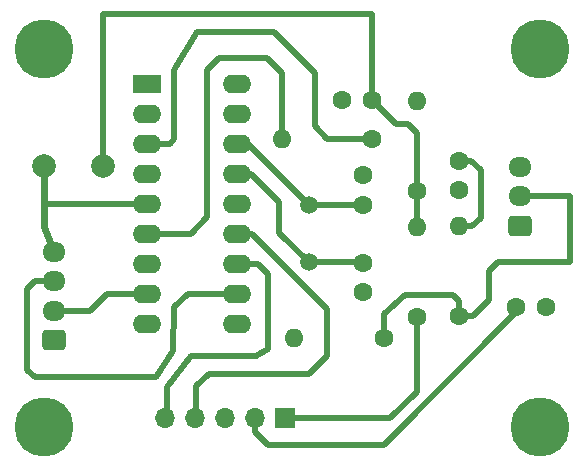
<source format=gbr>
%TF.GenerationSoftware,KiCad,Pcbnew,8.0.7-8.0.7-0~ubuntu22.04.1*%
%TF.CreationDate,2024-12-13T16:21:25+09:00*%
%TF.ProjectId,M252VOLTERA,4d323532-564f-44c5-9445-52412e6b6963,rev?*%
%TF.SameCoordinates,Original*%
%TF.FileFunction,Copper,L2,Bot*%
%TF.FilePolarity,Positive*%
%FSLAX46Y46*%
G04 Gerber Fmt 4.6, Leading zero omitted, Abs format (unit mm)*
G04 Created by KiCad (PCBNEW 8.0.7-8.0.7-0~ubuntu22.04.1) date 2024-12-13 16:21:25*
%MOMM*%
%LPD*%
G01*
G04 APERTURE LIST*
G04 Aperture macros list*
%AMRoundRect*
0 Rectangle with rounded corners*
0 $1 Rounding radius*
0 $2 $3 $4 $5 $6 $7 $8 $9 X,Y pos of 4 corners*
0 Add a 4 corners polygon primitive as box body*
4,1,4,$2,$3,$4,$5,$6,$7,$8,$9,$2,$3,0*
0 Add four circle primitives for the rounded corners*
1,1,$1+$1,$2,$3*
1,1,$1+$1,$4,$5*
1,1,$1+$1,$6,$7*
1,1,$1+$1,$8,$9*
0 Add four rect primitives between the rounded corners*
20,1,$1+$1,$2,$3,$4,$5,0*
20,1,$1+$1,$4,$5,$6,$7,0*
20,1,$1+$1,$6,$7,$8,$9,0*
20,1,$1+$1,$8,$9,$2,$3,0*%
G04 Aperture macros list end*
%TA.AperFunction,ComponentPad*%
%ADD10RoundRect,0.250000X0.725000X-0.600000X0.725000X0.600000X-0.725000X0.600000X-0.725000X-0.600000X0*%
%TD*%
%TA.AperFunction,ComponentPad*%
%ADD11O,1.950000X1.700000*%
%TD*%
%TA.AperFunction,ComponentPad*%
%ADD12C,1.600000*%
%TD*%
%TA.AperFunction,ComponentPad*%
%ADD13O,1.600000X1.600000*%
%TD*%
%TA.AperFunction,ComponentPad*%
%ADD14C,2.000000*%
%TD*%
%TA.AperFunction,WasherPad*%
%ADD15C,5.000000*%
%TD*%
%TA.AperFunction,ComponentPad*%
%ADD16R,2.400000X1.600000*%
%TD*%
%TA.AperFunction,ComponentPad*%
%ADD17O,2.400000X1.600000*%
%TD*%
%TA.AperFunction,ComponentPad*%
%ADD18C,1.500000*%
%TD*%
%TA.AperFunction,ComponentPad*%
%ADD19R,1.700000X1.700000*%
%TD*%
%TA.AperFunction,ComponentPad*%
%ADD20O,1.700000X1.700000*%
%TD*%
%TA.AperFunction,Conductor*%
%ADD21C,0.500000*%
%TD*%
%TA.AperFunction,Conductor*%
%ADD22C,0.600000*%
%TD*%
G04 APERTURE END LIST*
D10*
%TO.P,J101,1,Pin_1*%
%TO.N,+5V*%
X104902000Y-88646000D03*
D11*
%TO.P,J101,2,Pin_2*%
%TO.N,/TB2_RX*%
X104902000Y-86146000D03*
%TO.P,J101,3,Pin_3*%
%TO.N,/TB2_TX*%
X104902000Y-83646000D03*
%TO.P,J101,4,Pin_4*%
%TO.N,GND*%
X104902000Y-81146000D03*
%TD*%
D12*
%TO.P,R101,1,1*%
%TO.N,Net-(C104-Pad1)*%
X135620000Y-75990000D03*
D13*
%TO.P,R101,2,2*%
%TO.N,+5V*%
X135620000Y-68370000D03*
%TD*%
D12*
%TO.P,C102,1,1*%
%TO.N,Net-(IC101-RA6)*%
X131064000Y-82082000D03*
%TO.P,C102,2,2*%
%TO.N,GND*%
X131064000Y-84582000D03*
%TD*%
D14*
%TO.P,SW101,1,1*%
%TO.N,Net-(C104-Pad1)*%
X109000000Y-73914000D03*
%TO.P,SW101,2,2*%
%TO.N,GND*%
X104000000Y-73914000D03*
%TD*%
D15*
%TO.P,REF\u002A\u002A,*%
%TO.N,*%
X104000000Y-96000000D03*
%TD*%
D12*
%TO.P,R104,1,1*%
%TO.N,Net-(J103-Pin_2)*%
X139192000Y-86614000D03*
D13*
%TO.P,R104,2,2*%
%TO.N,Net-(IC101-RA4)*%
X139192000Y-78994000D03*
%TD*%
D15*
%TO.P,REF\u002A\u002A,*%
%TO.N,*%
X104000000Y-64000000D03*
%TD*%
D12*
%TO.P,R105,1,1*%
%TO.N,Net-(J103-Pin_2)*%
X132810000Y-88417400D03*
D13*
%TO.P,R105,2,2*%
%TO.N,GND*%
X125190000Y-88417400D03*
%TD*%
D16*
%TO.P,IC101,1,RA2*%
%TO.N,unconnected-(IC101-RA2-Pad1)*%
X112776000Y-66929000D03*
D17*
%TO.P,IC101,2,RA3*%
%TO.N,unconnected-(IC101-RA3-Pad2)*%
X112776000Y-69469000D03*
%TO.P,IC101,3,RA4*%
%TO.N,Net-(IC101-RA4)*%
X112776000Y-72009000D03*
%TO.P,IC101,4,RA5/~{MCLR}/VPP*%
%TO.N,Net-(IC101-RA5{slash}~{MCLR}{slash}VPP)*%
X112776000Y-74549000D03*
%TO.P,IC101,5,VSS*%
%TO.N,GND*%
X112776000Y-77089000D03*
%TO.P,IC101,6,RB0*%
%TO.N,Net-(IC101-RB0)*%
X112776000Y-79629000D03*
%TO.P,IC101,7,RB1*%
%TO.N,unconnected-(IC101-RB1-Pad7)*%
X112776000Y-82169000D03*
%TO.P,IC101,8,RB2*%
%TO.N,/TB2_RX*%
X112776000Y-84709000D03*
%TO.P,IC101,9,RB3*%
%TO.N,unconnected-(IC101-RB3-Pad9)*%
X112776000Y-87249000D03*
%TO.P,IC101,10,RB4*%
%TO.N,unconnected-(IC101-RB4-Pad10)*%
X120396000Y-87249000D03*
%TO.P,IC101,11,RB5*%
%TO.N,/TB2_TX*%
X120396000Y-84709000D03*
%TO.P,IC101,12,RB6*%
%TO.N,Net-(IC101-RB6)*%
X120396000Y-82169000D03*
%TO.P,IC101,13,RB7*%
%TO.N,Net-(IC101-RB7)*%
X120396000Y-79629000D03*
%TO.P,IC101,14,VDD*%
%TO.N,+5V*%
X120396000Y-77089000D03*
%TO.P,IC101,15,RA6*%
%TO.N,Net-(IC101-RA6)*%
X120396000Y-74549000D03*
%TO.P,IC101,16,RA7*%
%TO.N,Net-(IC101-RA7)*%
X120396000Y-72009000D03*
%TO.P,IC101,17,RA0*%
%TO.N,unconnected-(IC101-RA0-Pad17)*%
X120396000Y-69469000D03*
%TO.P,IC101,18,RA1*%
%TO.N,unconnected-(IC101-RA1-Pad18)*%
X120396000Y-66929000D03*
%TD*%
D12*
%TO.P,C101,1*%
%TO.N,GND*%
X146538000Y-85852000D03*
%TO.P,C101,2*%
%TO.N,+5V*%
X144038000Y-85852000D03*
%TD*%
D18*
%TO.P,Q101,1,1*%
%TO.N,Net-(IC101-RA7)*%
X126492000Y-77162000D03*
%TO.P,Q101,2,2*%
%TO.N,Net-(IC101-RA6)*%
X126492000Y-82042000D03*
%TD*%
D12*
%TO.P,R103,1,1*%
%TO.N,Net-(IC101-RA4)*%
X131826000Y-71628000D03*
D13*
%TO.P,R103,2,2*%
%TO.N,Net-(IC101-RB0)*%
X124206000Y-71628000D03*
%TD*%
D12*
%TO.P,C104,1,1*%
%TO.N,Net-(C104-Pad1)*%
X131806000Y-68326000D03*
%TO.P,C104,2,2*%
%TO.N,GND*%
X129306000Y-68326000D03*
%TD*%
D19*
%TO.P,J102,1,Pin_1*%
%TO.N,Net-(IC101-RA5{slash}~{MCLR}{slash}VPP)*%
X124420000Y-95250000D03*
D20*
%TO.P,J102,2,Pin_2*%
%TO.N,+5V*%
X121880000Y-95250000D03*
%TO.P,J102,3,Pin_3*%
%TO.N,GND*%
X119340000Y-95250000D03*
%TO.P,J102,4,Pin_4*%
%TO.N,Net-(IC101-RB7)*%
X116800000Y-95250000D03*
%TO.P,J102,5,Pin_5*%
%TO.N,Net-(IC101-RB6)*%
X114260000Y-95250000D03*
%TD*%
D12*
%TO.P,C105,1,1*%
%TO.N,Net-(IC101-RA4)*%
X139192000Y-73426000D03*
%TO.P,C105,2,2*%
%TO.N,GND*%
X139192000Y-75926000D03*
%TD*%
D15*
%TO.P,REF\u002A\u002A,*%
%TO.N,*%
X146000000Y-64000000D03*
%TD*%
D12*
%TO.P,R102,1,1*%
%TO.N,Net-(IC101-RA5{slash}~{MCLR}{slash}VPP)*%
X135625000Y-86620000D03*
D13*
%TO.P,R102,2,2*%
%TO.N,Net-(C104-Pad1)*%
X135625000Y-79000000D03*
%TD*%
D10*
%TO.P,J103,1,Pin_1*%
%TO.N,+5V*%
X144304000Y-78918000D03*
D11*
%TO.P,J103,2,Pin_2*%
%TO.N,Net-(J103-Pin_2)*%
X144304000Y-76418000D03*
%TO.P,J103,3,Pin_3*%
%TO.N,unconnected-(J103-Pin_3-Pad3)*%
X144304000Y-73918000D03*
%TD*%
D15*
%TO.P,REF\u002A\u002A,*%
%TO.N,*%
X146000000Y-96000000D03*
%TD*%
D12*
%TO.P,C103,1,1*%
%TO.N,Net-(IC101-RA7)*%
X131038600Y-77165200D03*
%TO.P,C103,2,2*%
%TO.N,GND*%
X131038600Y-74665200D03*
%TD*%
D21*
%TO.N,+5V*%
X123000000Y-97500000D02*
X132797056Y-97500000D01*
X132797056Y-97500000D02*
X144038000Y-86259056D01*
X121880000Y-95250000D02*
X121880000Y-96380000D01*
X121880000Y-96380000D02*
X123000000Y-97500000D01*
X144038000Y-86259056D02*
X144038000Y-85852000D01*
D22*
%TO.N,GND*%
X104000000Y-79000000D02*
X104000000Y-77000000D01*
D21*
X112776000Y-77089000D02*
X104089000Y-77089000D01*
X104089000Y-77089000D02*
X104000000Y-77000000D01*
D22*
X104000000Y-77000000D02*
X104000000Y-73914000D01*
X104000000Y-79000000D02*
X104902000Y-81146000D01*
D21*
%TO.N,Net-(IC101-RA6)*%
X123977400Y-79527400D02*
X126492000Y-82042000D01*
X121589800Y-74549000D02*
X123977400Y-76936600D01*
X123977400Y-76936600D02*
X123977400Y-79527400D01*
X126492000Y-82042000D02*
X131024000Y-82042000D01*
X120396000Y-74549000D02*
X121589800Y-74549000D01*
%TO.N,Net-(IC101-RA7)*%
X121339000Y-72009000D02*
X126492000Y-77162000D01*
X126492000Y-77162000D02*
X131035400Y-77162000D01*
X120396000Y-72009000D02*
X121339000Y-72009000D01*
%TO.N,Net-(C104-Pad1)*%
X135620000Y-75990000D02*
X135620000Y-78995000D01*
X133838000Y-70358000D02*
X134874000Y-70358000D01*
X131806000Y-68326000D02*
X131810000Y-61000000D01*
X131806000Y-68326000D02*
X133838000Y-70358000D01*
X135620000Y-71104000D02*
X135620000Y-75990000D01*
X109000000Y-61000000D02*
X109000000Y-73914000D01*
X131810000Y-61000000D02*
X109000000Y-61000000D01*
X134874000Y-70358000D02*
X135620000Y-71104000D01*
%TO.N,Net-(IC101-RA4)*%
X114681000Y-72009000D02*
X115062000Y-71628000D01*
X115062000Y-65786000D02*
X117000000Y-62500000D01*
X127000000Y-70500000D02*
X128000000Y-71628000D01*
X141000000Y-78250000D02*
X140256000Y-78994000D01*
X117000000Y-62500000D02*
X123500000Y-62500000D01*
X128000000Y-71628000D02*
X131826000Y-71628000D01*
X127000000Y-66000000D02*
X127000000Y-70500000D01*
X115062000Y-71628000D02*
X115062000Y-65786000D01*
X139192000Y-73426000D02*
X140176000Y-73426000D01*
X123500000Y-62500000D02*
X127000000Y-66000000D01*
X140256000Y-78994000D02*
X139192000Y-78994000D01*
X141000000Y-74250000D02*
X141000000Y-78250000D01*
X140176000Y-73426000D02*
X141000000Y-74250000D01*
X112776000Y-72009000D02*
X114681000Y-72009000D01*
%TO.N,Net-(IC101-RB6)*%
X122000000Y-90000000D02*
X116500000Y-90000000D01*
X123000000Y-83000000D02*
X123000000Y-89400250D01*
X120396000Y-82169000D02*
X122169000Y-82169000D01*
X122169000Y-82169000D02*
X123000000Y-83000000D01*
X116500000Y-90000000D02*
X114420000Y-92580000D01*
X123000000Y-89400250D02*
X122000000Y-90000000D01*
X114420000Y-92580000D02*
X114420000Y-95250000D01*
%TO.N,/TB2_RX*%
X107910000Y-86146000D02*
X109347000Y-84709000D01*
X109347000Y-84709000D02*
X112776000Y-84709000D01*
X104902000Y-86146000D02*
X107910000Y-86146000D01*
%TO.N,Net-(IC101-RB0)*%
X112776000Y-79629000D02*
X116459000Y-79629000D01*
X122936000Y-64770000D02*
X124206000Y-66040000D01*
X118872000Y-64770000D02*
X122936000Y-64770000D01*
X124206000Y-66040000D02*
X124206000Y-71628000D01*
X117856000Y-78232000D02*
X117856000Y-65786000D01*
X116459000Y-79629000D02*
X117856000Y-78232000D01*
X117856000Y-65786000D02*
X118872000Y-64770000D01*
%TO.N,/TB2_TX*%
X103250000Y-91750000D02*
X102616000Y-91186000D01*
X115000000Y-89500000D02*
X113500000Y-91750000D01*
X120396000Y-84709000D02*
X116205000Y-84709000D01*
X103298000Y-83646000D02*
X104902000Y-83646000D01*
X115062000Y-85852000D02*
X115000000Y-89500000D01*
X116205000Y-84709000D02*
X115062000Y-85852000D01*
X102616000Y-84328000D02*
X103298000Y-83646000D01*
X102616000Y-91186000D02*
X102616000Y-84328000D01*
X113500000Y-91750000D02*
X103250000Y-91750000D01*
%TO.N,Net-(IC101-RB7)*%
X121629000Y-79629000D02*
X128000000Y-86000000D01*
X123000000Y-91500000D02*
X118000000Y-91500000D01*
X118000000Y-91500000D02*
X116920000Y-92500000D01*
X128000000Y-86000000D02*
X128000000Y-90000000D01*
X120396000Y-79629000D02*
X121629000Y-79629000D01*
X116920000Y-92500000D02*
X116920000Y-95250000D01*
X126500000Y-91500000D02*
X123000000Y-91500000D01*
X128000000Y-90000000D02*
X126500000Y-91500000D01*
%TO.N,Net-(J103-Pin_2)*%
X139192000Y-85344000D02*
X138684000Y-84836000D01*
X141750000Y-82750000D02*
X142500000Y-82000000D01*
X132800000Y-86800000D02*
X132810000Y-86810000D01*
X148600000Y-76400000D02*
X144304000Y-76418000D01*
X148600000Y-82000000D02*
X148600000Y-76400000D01*
X134620000Y-84836000D02*
X132800000Y-86400000D01*
X132810000Y-86810000D02*
X132810000Y-88417400D01*
X138684000Y-84836000D02*
X134620000Y-84836000D01*
X141750000Y-85250000D02*
X141750000Y-82750000D01*
X142500000Y-82000000D02*
X148600000Y-82000000D01*
X139192000Y-86614000D02*
X139192000Y-85344000D01*
X140386000Y-86614000D02*
X141750000Y-85250000D01*
X132800000Y-86400000D02*
X132800000Y-86800000D01*
X139192000Y-86614000D02*
X140386000Y-86614000D01*
%TO.N,Net-(IC101-RA5{slash}~{MCLR}{slash}VPP)*%
X124420000Y-95250000D02*
X133350000Y-95250000D01*
X133350000Y-95250000D02*
X135625000Y-92975000D01*
X135625000Y-92975000D02*
X135625000Y-86620000D01*
%TD*%
M02*

</source>
